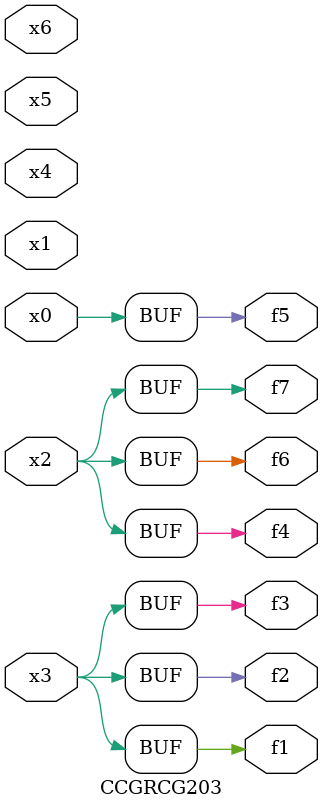
<source format=v>
module CCGRCG203(
	input x0, x1, x2, x3, x4, x5, x6,
	output f1, f2, f3, f4, f5, f6, f7
);
	assign f1 = x3;
	assign f2 = x3;
	assign f3 = x3;
	assign f4 = x2;
	assign f5 = x0;
	assign f6 = x2;
	assign f7 = x2;
endmodule

</source>
